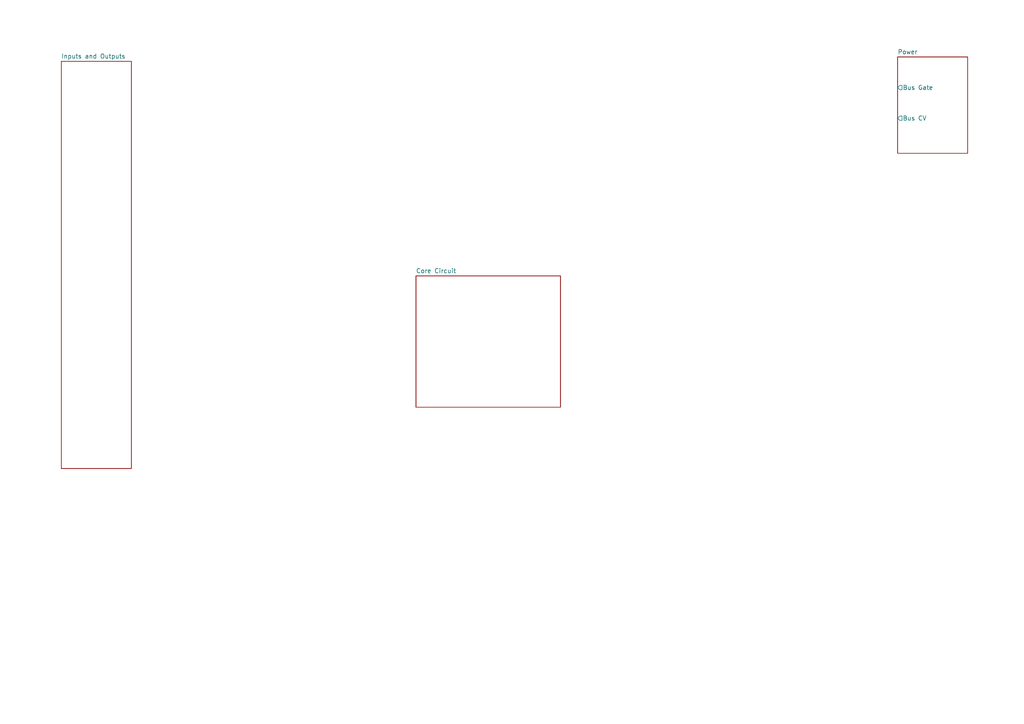
<source format=kicad_sch>
(kicad_sch
	(version 20231120)
	(generator "eeschema")
	(generator_version "8.0")
	(uuid "58f4306d-5387-4983-bb08-41a2313fd315")
	(paper "A4")
	(title_block
		(rev "1")
		(company "DMH Instruments")
		(comment 1 "PCB for 10cm Kosmo format synthesizer module")
	)
	(lib_symbols)
	(sheet
		(at 260.35 16.51)
		(size 20.32 27.94)
		(fields_autoplaced yes)
		(stroke
			(width 0.1524)
			(type solid)
		)
		(fill
			(color 0 0 0 0.0000)
		)
		(uuid "0cdf34b2-39cd-4d9e-981a-97cd34791509")
		(property "Sheetname" "Power"
			(at 260.35 15.7984 0)
			(effects
				(font
					(size 1.27 1.27)
				)
				(justify left bottom)
			)
		)
		(property "Sheetfile" "Power.kicad_sch"
			(at 260.35 45.0346 0)
			(effects
				(font
					(size 1.27 1.27)
				)
				(justify left top)
				(hide yes)
			)
		)
		(pin "Bus Gate" output
			(at 260.35 25.4 180)
			(effects
				(font
					(size 1.27 1.27)
				)
				(justify left)
			)
			(uuid "35434339-bc2b-4868-9a18-95483283b276")
		)
		(pin "Bus CV" output
			(at 260.35 34.29 180)
			(effects
				(font
					(size 1.27 1.27)
				)
				(justify left)
			)
			(uuid "0197176f-d754-4695-b74f-89d14faa0aea")
		)
		(instances
			(project "DMH-Kosmo-10cm-PCB"
				(path "/58f4306d-5387-4983-bb08-41a2313fd315"
					(page "4")
				)
			)
		)
	)
	(sheet
		(at 120.65 80.01)
		(size 41.91 38.1)
		(fields_autoplaced yes)
		(stroke
			(width 0.1524)
			(type solid)
		)
		(fill
			(color 0 0 0 0.0000)
		)
		(uuid "7ad2d702-dfb7-4d49-a82d-34430dd5948f")
		(property "Sheetname" "Core Circuit"
			(at 120.65 79.2984 0)
			(effects
				(font
					(size 1.27 1.27)
				)
				(justify left bottom)
			)
		)
		(property "Sheetfile" "Core_Circuit.kicad_sch"
			(at 120.65 118.6946 0)
			(effects
				(font
					(size 1.27 1.27)
				)
				(justify left top)
				(hide yes)
			)
		)
		(instances
			(project "DMH-Kosmo-10cm-PCB"
				(path "/58f4306d-5387-4983-bb08-41a2313fd315"
					(page "3")
				)
			)
		)
	)
	(sheet
		(at 17.78 17.78)
		(size 20.32 118.11)
		(fields_autoplaced yes)
		(stroke
			(width 0.1524)
			(type solid)
		)
		(fill
			(color 0 0 0 0.0000)
		)
		(uuid "ce3fef8b-9f1d-4178-b50b-4a046c030679")
		(property "Sheetname" "Inputs and Outputs"
			(at 17.78 17.0684 0)
			(effects
				(font
					(size 1.27 1.27)
				)
				(justify left bottom)
			)
		)
		(property "Sheetfile" "Inputs_and_Outputs.kicad_sch"
			(at 17.78 136.4746 0)
			(effects
				(font
					(size 1.27 1.27)
				)
				(justify left top)
				(hide yes)
			)
		)
		(instances
			(project "DMH-Kosmo-10cm-PCB"
				(path "/58f4306d-5387-4983-bb08-41a2313fd315"
					(page "2")
				)
			)
		)
	)
	(sheet_instances
		(path "/"
			(page "1")
		)
	)
)

</source>
